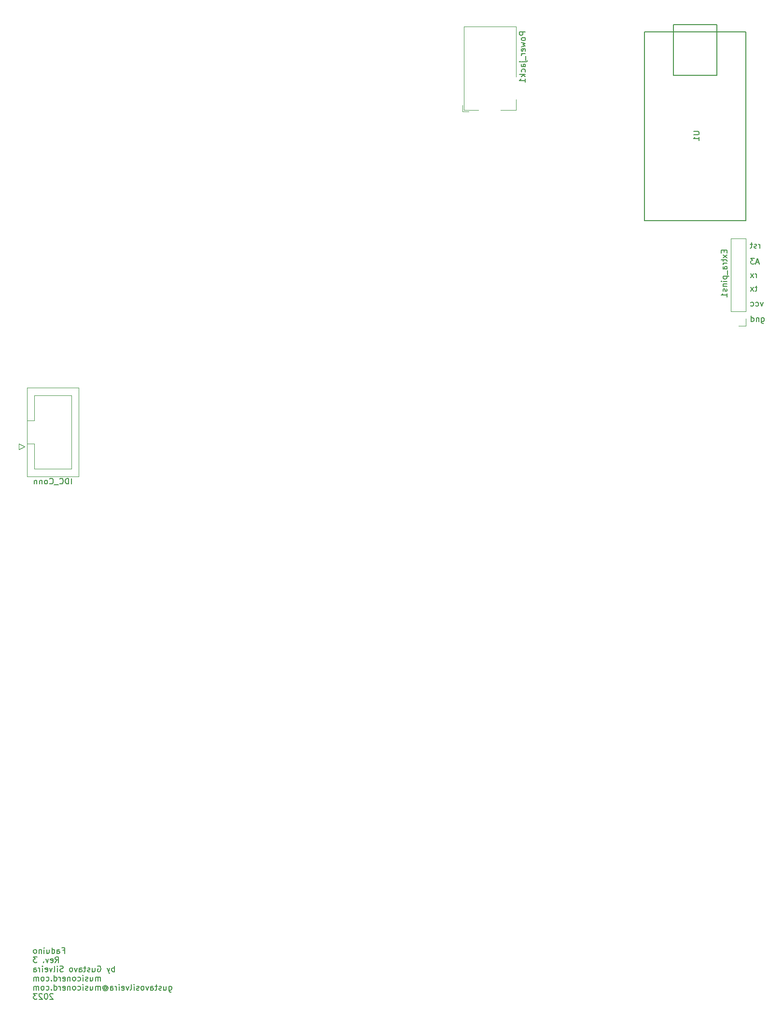
<source format=gbr>
%TF.GenerationSoftware,KiCad,Pcbnew,(6.0.9-0)*%
%TF.CreationDate,2023-10-23T19:11:04-03:00*%
%TF.ProjectId,Faduino-1,46616475-696e-46f2-9d31-2e6b69636164,3*%
%TF.SameCoordinates,Original*%
%TF.FileFunction,Legend,Bot*%
%TF.FilePolarity,Positive*%
%FSLAX46Y46*%
G04 Gerber Fmt 4.6, Leading zero omitted, Abs format (unit mm)*
G04 Created by KiCad (PCBNEW (6.0.9-0)) date 2023-10-23 19:11:04*
%MOMM*%
%LPD*%
G01*
G04 APERTURE LIST*
%ADD10C,0.150000*%
%ADD11C,0.120000*%
G04 APERTURE END LIST*
D10*
X184180952Y-70566666D02*
X183704762Y-70566666D01*
X184276190Y-70852380D02*
X183942857Y-69852380D01*
X183609524Y-70852380D01*
X183371428Y-69852380D02*
X182752381Y-69852380D01*
X183085714Y-70233333D01*
X182942857Y-70233333D01*
X182847619Y-70280952D01*
X182800000Y-70328571D01*
X182752381Y-70423809D01*
X182752381Y-70661904D01*
X182800000Y-70757142D01*
X182847619Y-70804761D01*
X182942857Y-70852380D01*
X183228571Y-70852380D01*
X183323809Y-70804761D01*
X183371428Y-70757142D01*
X183847619Y-74985714D02*
X183466666Y-74985714D01*
X183704761Y-74652380D02*
X183704761Y-75509523D01*
X183657142Y-75604761D01*
X183561904Y-75652380D01*
X183466666Y-75652380D01*
X183228571Y-75652380D02*
X182704761Y-74985714D01*
X183228571Y-74985714D02*
X182704761Y-75652380D01*
X62043214Y-191223571D02*
X62376547Y-191223571D01*
X62376547Y-191747380D02*
X62376547Y-190747380D01*
X61900357Y-190747380D01*
X61090833Y-191747380D02*
X61090833Y-191223571D01*
X61138452Y-191128333D01*
X61233690Y-191080714D01*
X61424166Y-191080714D01*
X61519404Y-191128333D01*
X61090833Y-191699761D02*
X61186071Y-191747380D01*
X61424166Y-191747380D01*
X61519404Y-191699761D01*
X61567023Y-191604523D01*
X61567023Y-191509285D01*
X61519404Y-191414047D01*
X61424166Y-191366428D01*
X61186071Y-191366428D01*
X61090833Y-191318809D01*
X60186071Y-191747380D02*
X60186071Y-190747380D01*
X60186071Y-191699761D02*
X60281309Y-191747380D01*
X60471785Y-191747380D01*
X60567023Y-191699761D01*
X60614642Y-191652142D01*
X60662261Y-191556904D01*
X60662261Y-191271190D01*
X60614642Y-191175952D01*
X60567023Y-191128333D01*
X60471785Y-191080714D01*
X60281309Y-191080714D01*
X60186071Y-191128333D01*
X59281309Y-191080714D02*
X59281309Y-191747380D01*
X59709880Y-191080714D02*
X59709880Y-191604523D01*
X59662261Y-191699761D01*
X59567023Y-191747380D01*
X59424166Y-191747380D01*
X59328928Y-191699761D01*
X59281309Y-191652142D01*
X58805119Y-191747380D02*
X58805119Y-191080714D01*
X58805119Y-190747380D02*
X58852738Y-190795000D01*
X58805119Y-190842619D01*
X58757500Y-190795000D01*
X58805119Y-190747380D01*
X58805119Y-190842619D01*
X58328928Y-191080714D02*
X58328928Y-191747380D01*
X58328928Y-191175952D02*
X58281309Y-191128333D01*
X58186071Y-191080714D01*
X58043214Y-191080714D01*
X57947976Y-191128333D01*
X57900357Y-191223571D01*
X57900357Y-191747380D01*
X57281309Y-191747380D02*
X57376547Y-191699761D01*
X57424166Y-191652142D01*
X57471785Y-191556904D01*
X57471785Y-191271190D01*
X57424166Y-191175952D01*
X57376547Y-191128333D01*
X57281309Y-191080714D01*
X57138452Y-191080714D01*
X57043214Y-191128333D01*
X56995595Y-191175952D01*
X56947976Y-191271190D01*
X56947976Y-191556904D01*
X56995595Y-191652142D01*
X57043214Y-191699761D01*
X57138452Y-191747380D01*
X57281309Y-191747380D01*
X60757500Y-193357380D02*
X61090833Y-192881190D01*
X61328928Y-193357380D02*
X61328928Y-192357380D01*
X60947976Y-192357380D01*
X60852738Y-192405000D01*
X60805119Y-192452619D01*
X60757500Y-192547857D01*
X60757500Y-192690714D01*
X60805119Y-192785952D01*
X60852738Y-192833571D01*
X60947976Y-192881190D01*
X61328928Y-192881190D01*
X59947976Y-193309761D02*
X60043214Y-193357380D01*
X60233690Y-193357380D01*
X60328928Y-193309761D01*
X60376547Y-193214523D01*
X60376547Y-192833571D01*
X60328928Y-192738333D01*
X60233690Y-192690714D01*
X60043214Y-192690714D01*
X59947976Y-192738333D01*
X59900357Y-192833571D01*
X59900357Y-192928809D01*
X60376547Y-193024047D01*
X59567023Y-192690714D02*
X59328928Y-193357380D01*
X59090833Y-192690714D01*
X58709880Y-193262142D02*
X58662261Y-193309761D01*
X58709880Y-193357380D01*
X58757500Y-193309761D01*
X58709880Y-193262142D01*
X58709880Y-193357380D01*
X57567023Y-192357380D02*
X56947976Y-192357380D01*
X57281309Y-192738333D01*
X57138452Y-192738333D01*
X57043214Y-192785952D01*
X56995595Y-192833571D01*
X56947976Y-192928809D01*
X56947976Y-193166904D01*
X56995595Y-193262142D01*
X57043214Y-193309761D01*
X57138452Y-193357380D01*
X57424166Y-193357380D01*
X57519404Y-193309761D01*
X57567023Y-193262142D01*
X71138452Y-194967380D02*
X71138452Y-193967380D01*
X71138452Y-194348333D02*
X71043214Y-194300714D01*
X70852738Y-194300714D01*
X70757500Y-194348333D01*
X70709880Y-194395952D01*
X70662261Y-194491190D01*
X70662261Y-194776904D01*
X70709880Y-194872142D01*
X70757500Y-194919761D01*
X70852738Y-194967380D01*
X71043214Y-194967380D01*
X71138452Y-194919761D01*
X70328928Y-194300714D02*
X70090833Y-194967380D01*
X69852738Y-194300714D02*
X70090833Y-194967380D01*
X70186071Y-195205476D01*
X70233690Y-195253095D01*
X70328928Y-195300714D01*
X68186071Y-194015000D02*
X68281309Y-193967380D01*
X68424166Y-193967380D01*
X68567023Y-194015000D01*
X68662261Y-194110238D01*
X68709880Y-194205476D01*
X68757500Y-194395952D01*
X68757500Y-194538809D01*
X68709880Y-194729285D01*
X68662261Y-194824523D01*
X68567023Y-194919761D01*
X68424166Y-194967380D01*
X68328928Y-194967380D01*
X68186071Y-194919761D01*
X68138452Y-194872142D01*
X68138452Y-194538809D01*
X68328928Y-194538809D01*
X67281309Y-194300714D02*
X67281309Y-194967380D01*
X67709880Y-194300714D02*
X67709880Y-194824523D01*
X67662261Y-194919761D01*
X67567023Y-194967380D01*
X67424166Y-194967380D01*
X67328928Y-194919761D01*
X67281309Y-194872142D01*
X66852738Y-194919761D02*
X66757500Y-194967380D01*
X66567023Y-194967380D01*
X66471785Y-194919761D01*
X66424166Y-194824523D01*
X66424166Y-194776904D01*
X66471785Y-194681666D01*
X66567023Y-194634047D01*
X66709880Y-194634047D01*
X66805119Y-194586428D01*
X66852738Y-194491190D01*
X66852738Y-194443571D01*
X66805119Y-194348333D01*
X66709880Y-194300714D01*
X66567023Y-194300714D01*
X66471785Y-194348333D01*
X66138452Y-194300714D02*
X65757500Y-194300714D01*
X65995595Y-193967380D02*
X65995595Y-194824523D01*
X65947976Y-194919761D01*
X65852738Y-194967380D01*
X65757500Y-194967380D01*
X64995595Y-194967380D02*
X64995595Y-194443571D01*
X65043214Y-194348333D01*
X65138452Y-194300714D01*
X65328928Y-194300714D01*
X65424166Y-194348333D01*
X64995595Y-194919761D02*
X65090833Y-194967380D01*
X65328928Y-194967380D01*
X65424166Y-194919761D01*
X65471785Y-194824523D01*
X65471785Y-194729285D01*
X65424166Y-194634047D01*
X65328928Y-194586428D01*
X65090833Y-194586428D01*
X64995595Y-194538809D01*
X64614642Y-194300714D02*
X64376547Y-194967380D01*
X64138452Y-194300714D01*
X63614642Y-194967380D02*
X63709880Y-194919761D01*
X63757500Y-194872142D01*
X63805119Y-194776904D01*
X63805119Y-194491190D01*
X63757500Y-194395952D01*
X63709880Y-194348333D01*
X63614642Y-194300714D01*
X63471785Y-194300714D01*
X63376547Y-194348333D01*
X63328928Y-194395952D01*
X63281309Y-194491190D01*
X63281309Y-194776904D01*
X63328928Y-194872142D01*
X63376547Y-194919761D01*
X63471785Y-194967380D01*
X63614642Y-194967380D01*
X62138452Y-194919761D02*
X61995595Y-194967380D01*
X61757500Y-194967380D01*
X61662261Y-194919761D01*
X61614642Y-194872142D01*
X61567023Y-194776904D01*
X61567023Y-194681666D01*
X61614642Y-194586428D01*
X61662261Y-194538809D01*
X61757500Y-194491190D01*
X61947976Y-194443571D01*
X62043214Y-194395952D01*
X62090833Y-194348333D01*
X62138452Y-194253095D01*
X62138452Y-194157857D01*
X62090833Y-194062619D01*
X62043214Y-194015000D01*
X61947976Y-193967380D01*
X61709880Y-193967380D01*
X61567023Y-194015000D01*
X61138452Y-194967380D02*
X61138452Y-194300714D01*
X61138452Y-193967380D02*
X61186071Y-194015000D01*
X61138452Y-194062619D01*
X61090833Y-194015000D01*
X61138452Y-193967380D01*
X61138452Y-194062619D01*
X60519404Y-194967380D02*
X60614642Y-194919761D01*
X60662261Y-194824523D01*
X60662261Y-193967380D01*
X60233690Y-194300714D02*
X59995595Y-194967380D01*
X59757500Y-194300714D01*
X58995595Y-194919761D02*
X59090833Y-194967380D01*
X59281309Y-194967380D01*
X59376547Y-194919761D01*
X59424166Y-194824523D01*
X59424166Y-194443571D01*
X59376547Y-194348333D01*
X59281309Y-194300714D01*
X59090833Y-194300714D01*
X58995595Y-194348333D01*
X58947976Y-194443571D01*
X58947976Y-194538809D01*
X59424166Y-194634047D01*
X58519404Y-194967380D02*
X58519404Y-194300714D01*
X58519404Y-193967380D02*
X58567023Y-194015000D01*
X58519404Y-194062619D01*
X58471785Y-194015000D01*
X58519404Y-193967380D01*
X58519404Y-194062619D01*
X58043214Y-194967380D02*
X58043214Y-194300714D01*
X58043214Y-194491190D02*
X57995595Y-194395952D01*
X57947976Y-194348333D01*
X57852738Y-194300714D01*
X57757500Y-194300714D01*
X56995595Y-194967380D02*
X56995595Y-194443571D01*
X57043214Y-194348333D01*
X57138452Y-194300714D01*
X57328928Y-194300714D01*
X57424166Y-194348333D01*
X56995595Y-194919761D02*
X57090833Y-194967380D01*
X57328928Y-194967380D01*
X57424166Y-194919761D01*
X57471785Y-194824523D01*
X57471785Y-194729285D01*
X57424166Y-194634047D01*
X57328928Y-194586428D01*
X57090833Y-194586428D01*
X56995595Y-194538809D01*
X68662261Y-196577380D02*
X68662261Y-195910714D01*
X68662261Y-196005952D02*
X68614642Y-195958333D01*
X68519404Y-195910714D01*
X68376547Y-195910714D01*
X68281309Y-195958333D01*
X68233690Y-196053571D01*
X68233690Y-196577380D01*
X68233690Y-196053571D02*
X68186071Y-195958333D01*
X68090833Y-195910714D01*
X67947976Y-195910714D01*
X67852738Y-195958333D01*
X67805119Y-196053571D01*
X67805119Y-196577380D01*
X66900357Y-195910714D02*
X66900357Y-196577380D01*
X67328928Y-195910714D02*
X67328928Y-196434523D01*
X67281309Y-196529761D01*
X67186071Y-196577380D01*
X67043214Y-196577380D01*
X66947976Y-196529761D01*
X66900357Y-196482142D01*
X66471785Y-196529761D02*
X66376547Y-196577380D01*
X66186071Y-196577380D01*
X66090833Y-196529761D01*
X66043214Y-196434523D01*
X66043214Y-196386904D01*
X66090833Y-196291666D01*
X66186071Y-196244047D01*
X66328928Y-196244047D01*
X66424166Y-196196428D01*
X66471785Y-196101190D01*
X66471785Y-196053571D01*
X66424166Y-195958333D01*
X66328928Y-195910714D01*
X66186071Y-195910714D01*
X66090833Y-195958333D01*
X65614642Y-196577380D02*
X65614642Y-195910714D01*
X65614642Y-195577380D02*
X65662261Y-195625000D01*
X65614642Y-195672619D01*
X65567023Y-195625000D01*
X65614642Y-195577380D01*
X65614642Y-195672619D01*
X64709880Y-196529761D02*
X64805119Y-196577380D01*
X64995595Y-196577380D01*
X65090833Y-196529761D01*
X65138452Y-196482142D01*
X65186071Y-196386904D01*
X65186071Y-196101190D01*
X65138452Y-196005952D01*
X65090833Y-195958333D01*
X64995595Y-195910714D01*
X64805119Y-195910714D01*
X64709880Y-195958333D01*
X64138452Y-196577380D02*
X64233690Y-196529761D01*
X64281309Y-196482142D01*
X64328928Y-196386904D01*
X64328928Y-196101190D01*
X64281309Y-196005952D01*
X64233690Y-195958333D01*
X64138452Y-195910714D01*
X63995595Y-195910714D01*
X63900357Y-195958333D01*
X63852738Y-196005952D01*
X63805119Y-196101190D01*
X63805119Y-196386904D01*
X63852738Y-196482142D01*
X63900357Y-196529761D01*
X63995595Y-196577380D01*
X64138452Y-196577380D01*
X63376547Y-195910714D02*
X63376547Y-196577380D01*
X63376547Y-196005952D02*
X63328928Y-195958333D01*
X63233690Y-195910714D01*
X63090833Y-195910714D01*
X62995595Y-195958333D01*
X62947976Y-196053571D01*
X62947976Y-196577380D01*
X62090833Y-196529761D02*
X62186071Y-196577380D01*
X62376547Y-196577380D01*
X62471785Y-196529761D01*
X62519404Y-196434523D01*
X62519404Y-196053571D01*
X62471785Y-195958333D01*
X62376547Y-195910714D01*
X62186071Y-195910714D01*
X62090833Y-195958333D01*
X62043214Y-196053571D01*
X62043214Y-196148809D01*
X62519404Y-196244047D01*
X61614642Y-196577380D02*
X61614642Y-195910714D01*
X61614642Y-196101190D02*
X61567023Y-196005952D01*
X61519404Y-195958333D01*
X61424166Y-195910714D01*
X61328928Y-195910714D01*
X60567023Y-196577380D02*
X60567023Y-195577380D01*
X60567023Y-196529761D02*
X60662261Y-196577380D01*
X60852738Y-196577380D01*
X60947976Y-196529761D01*
X60995595Y-196482142D01*
X61043214Y-196386904D01*
X61043214Y-196101190D01*
X60995595Y-196005952D01*
X60947976Y-195958333D01*
X60852738Y-195910714D01*
X60662261Y-195910714D01*
X60567023Y-195958333D01*
X60090833Y-196482142D02*
X60043214Y-196529761D01*
X60090833Y-196577380D01*
X60138452Y-196529761D01*
X60090833Y-196482142D01*
X60090833Y-196577380D01*
X59186071Y-196529761D02*
X59281309Y-196577380D01*
X59471785Y-196577380D01*
X59567023Y-196529761D01*
X59614642Y-196482142D01*
X59662261Y-196386904D01*
X59662261Y-196101190D01*
X59614642Y-196005952D01*
X59567023Y-195958333D01*
X59471785Y-195910714D01*
X59281309Y-195910714D01*
X59186071Y-195958333D01*
X58614642Y-196577380D02*
X58709880Y-196529761D01*
X58757500Y-196482142D01*
X58805119Y-196386904D01*
X58805119Y-196101190D01*
X58757500Y-196005952D01*
X58709880Y-195958333D01*
X58614642Y-195910714D01*
X58471785Y-195910714D01*
X58376547Y-195958333D01*
X58328928Y-196005952D01*
X58281309Y-196101190D01*
X58281309Y-196386904D01*
X58328928Y-196482142D01*
X58376547Y-196529761D01*
X58471785Y-196577380D01*
X58614642Y-196577380D01*
X57852738Y-196577380D02*
X57852738Y-195910714D01*
X57852738Y-196005952D02*
X57805119Y-195958333D01*
X57709880Y-195910714D01*
X57567023Y-195910714D01*
X57471785Y-195958333D01*
X57424166Y-196053571D01*
X57424166Y-196577380D01*
X57424166Y-196053571D02*
X57376547Y-195958333D01*
X57281309Y-195910714D01*
X57138452Y-195910714D01*
X57043214Y-195958333D01*
X56995595Y-196053571D01*
X56995595Y-196577380D01*
X80709880Y-197520714D02*
X80709880Y-198330238D01*
X80757500Y-198425476D01*
X80805119Y-198473095D01*
X80900357Y-198520714D01*
X81043214Y-198520714D01*
X81138452Y-198473095D01*
X80709880Y-198139761D02*
X80805119Y-198187380D01*
X80995595Y-198187380D01*
X81090833Y-198139761D01*
X81138452Y-198092142D01*
X81186071Y-197996904D01*
X81186071Y-197711190D01*
X81138452Y-197615952D01*
X81090833Y-197568333D01*
X80995595Y-197520714D01*
X80805119Y-197520714D01*
X80709880Y-197568333D01*
X79805119Y-197520714D02*
X79805119Y-198187380D01*
X80233690Y-197520714D02*
X80233690Y-198044523D01*
X80186071Y-198139761D01*
X80090833Y-198187380D01*
X79947976Y-198187380D01*
X79852738Y-198139761D01*
X79805119Y-198092142D01*
X79376547Y-198139761D02*
X79281309Y-198187380D01*
X79090833Y-198187380D01*
X78995595Y-198139761D01*
X78947976Y-198044523D01*
X78947976Y-197996904D01*
X78995595Y-197901666D01*
X79090833Y-197854047D01*
X79233690Y-197854047D01*
X79328928Y-197806428D01*
X79376547Y-197711190D01*
X79376547Y-197663571D01*
X79328928Y-197568333D01*
X79233690Y-197520714D01*
X79090833Y-197520714D01*
X78995595Y-197568333D01*
X78662261Y-197520714D02*
X78281309Y-197520714D01*
X78519404Y-197187380D02*
X78519404Y-198044523D01*
X78471785Y-198139761D01*
X78376547Y-198187380D01*
X78281309Y-198187380D01*
X77519404Y-198187380D02*
X77519404Y-197663571D01*
X77567023Y-197568333D01*
X77662261Y-197520714D01*
X77852738Y-197520714D01*
X77947976Y-197568333D01*
X77519404Y-198139761D02*
X77614642Y-198187380D01*
X77852738Y-198187380D01*
X77947976Y-198139761D01*
X77995595Y-198044523D01*
X77995595Y-197949285D01*
X77947976Y-197854047D01*
X77852738Y-197806428D01*
X77614642Y-197806428D01*
X77519404Y-197758809D01*
X77138452Y-197520714D02*
X76900357Y-198187380D01*
X76662261Y-197520714D01*
X76138452Y-198187380D02*
X76233690Y-198139761D01*
X76281309Y-198092142D01*
X76328928Y-197996904D01*
X76328928Y-197711190D01*
X76281309Y-197615952D01*
X76233690Y-197568333D01*
X76138452Y-197520714D01*
X75995595Y-197520714D01*
X75900357Y-197568333D01*
X75852738Y-197615952D01*
X75805119Y-197711190D01*
X75805119Y-197996904D01*
X75852738Y-198092142D01*
X75900357Y-198139761D01*
X75995595Y-198187380D01*
X76138452Y-198187380D01*
X75424166Y-198139761D02*
X75328928Y-198187380D01*
X75138452Y-198187380D01*
X75043214Y-198139761D01*
X74995595Y-198044523D01*
X74995595Y-197996904D01*
X75043214Y-197901666D01*
X75138452Y-197854047D01*
X75281309Y-197854047D01*
X75376547Y-197806428D01*
X75424166Y-197711190D01*
X75424166Y-197663571D01*
X75376547Y-197568333D01*
X75281309Y-197520714D01*
X75138452Y-197520714D01*
X75043214Y-197568333D01*
X74567023Y-198187380D02*
X74567023Y-197520714D01*
X74567023Y-197187380D02*
X74614642Y-197235000D01*
X74567023Y-197282619D01*
X74519404Y-197235000D01*
X74567023Y-197187380D01*
X74567023Y-197282619D01*
X73947976Y-198187380D02*
X74043214Y-198139761D01*
X74090833Y-198044523D01*
X74090833Y-197187380D01*
X73662261Y-197520714D02*
X73424166Y-198187380D01*
X73186071Y-197520714D01*
X72424166Y-198139761D02*
X72519404Y-198187380D01*
X72709880Y-198187380D01*
X72805119Y-198139761D01*
X72852738Y-198044523D01*
X72852738Y-197663571D01*
X72805119Y-197568333D01*
X72709880Y-197520714D01*
X72519404Y-197520714D01*
X72424166Y-197568333D01*
X72376547Y-197663571D01*
X72376547Y-197758809D01*
X72852738Y-197854047D01*
X71947976Y-198187380D02*
X71947976Y-197520714D01*
X71947976Y-197187380D02*
X71995595Y-197235000D01*
X71947976Y-197282619D01*
X71900357Y-197235000D01*
X71947976Y-197187380D01*
X71947976Y-197282619D01*
X71471785Y-198187380D02*
X71471785Y-197520714D01*
X71471785Y-197711190D02*
X71424166Y-197615952D01*
X71376547Y-197568333D01*
X71281309Y-197520714D01*
X71186071Y-197520714D01*
X70424166Y-198187380D02*
X70424166Y-197663571D01*
X70471785Y-197568333D01*
X70567023Y-197520714D01*
X70757500Y-197520714D01*
X70852738Y-197568333D01*
X70424166Y-198139761D02*
X70519404Y-198187380D01*
X70757500Y-198187380D01*
X70852738Y-198139761D01*
X70900357Y-198044523D01*
X70900357Y-197949285D01*
X70852738Y-197854047D01*
X70757500Y-197806428D01*
X70519404Y-197806428D01*
X70424166Y-197758809D01*
X69328928Y-197711190D02*
X69376547Y-197663571D01*
X69471785Y-197615952D01*
X69567023Y-197615952D01*
X69662261Y-197663571D01*
X69709880Y-197711190D01*
X69757500Y-197806428D01*
X69757500Y-197901666D01*
X69709880Y-197996904D01*
X69662261Y-198044523D01*
X69567023Y-198092142D01*
X69471785Y-198092142D01*
X69376547Y-198044523D01*
X69328928Y-197996904D01*
X69328928Y-197615952D02*
X69328928Y-197996904D01*
X69281309Y-198044523D01*
X69233690Y-198044523D01*
X69138452Y-197996904D01*
X69090833Y-197901666D01*
X69090833Y-197663571D01*
X69186071Y-197520714D01*
X69328928Y-197425476D01*
X69519404Y-197377857D01*
X69709880Y-197425476D01*
X69852738Y-197520714D01*
X69947976Y-197663571D01*
X69995595Y-197854047D01*
X69947976Y-198044523D01*
X69852738Y-198187380D01*
X69709880Y-198282619D01*
X69519404Y-198330238D01*
X69328928Y-198282619D01*
X69186071Y-198187380D01*
X68662261Y-198187380D02*
X68662261Y-197520714D01*
X68662261Y-197615952D02*
X68614642Y-197568333D01*
X68519404Y-197520714D01*
X68376547Y-197520714D01*
X68281309Y-197568333D01*
X68233690Y-197663571D01*
X68233690Y-198187380D01*
X68233690Y-197663571D02*
X68186071Y-197568333D01*
X68090833Y-197520714D01*
X67947976Y-197520714D01*
X67852738Y-197568333D01*
X67805119Y-197663571D01*
X67805119Y-198187380D01*
X66900357Y-197520714D02*
X66900357Y-198187380D01*
X67328928Y-197520714D02*
X67328928Y-198044523D01*
X67281309Y-198139761D01*
X67186071Y-198187380D01*
X67043214Y-198187380D01*
X66947976Y-198139761D01*
X66900357Y-198092142D01*
X66471785Y-198139761D02*
X66376547Y-198187380D01*
X66186071Y-198187380D01*
X66090833Y-198139761D01*
X66043214Y-198044523D01*
X66043214Y-197996904D01*
X66090833Y-197901666D01*
X66186071Y-197854047D01*
X66328928Y-197854047D01*
X66424166Y-197806428D01*
X66471785Y-197711190D01*
X66471785Y-197663571D01*
X66424166Y-197568333D01*
X66328928Y-197520714D01*
X66186071Y-197520714D01*
X66090833Y-197568333D01*
X65614642Y-198187380D02*
X65614642Y-197520714D01*
X65614642Y-197187380D02*
X65662261Y-197235000D01*
X65614642Y-197282619D01*
X65567023Y-197235000D01*
X65614642Y-197187380D01*
X65614642Y-197282619D01*
X64709880Y-198139761D02*
X64805119Y-198187380D01*
X64995595Y-198187380D01*
X65090833Y-198139761D01*
X65138452Y-198092142D01*
X65186071Y-197996904D01*
X65186071Y-197711190D01*
X65138452Y-197615952D01*
X65090833Y-197568333D01*
X64995595Y-197520714D01*
X64805119Y-197520714D01*
X64709880Y-197568333D01*
X64138452Y-198187380D02*
X64233690Y-198139761D01*
X64281309Y-198092142D01*
X64328928Y-197996904D01*
X64328928Y-197711190D01*
X64281309Y-197615952D01*
X64233690Y-197568333D01*
X64138452Y-197520714D01*
X63995595Y-197520714D01*
X63900357Y-197568333D01*
X63852738Y-197615952D01*
X63805119Y-197711190D01*
X63805119Y-197996904D01*
X63852738Y-198092142D01*
X63900357Y-198139761D01*
X63995595Y-198187380D01*
X64138452Y-198187380D01*
X63376547Y-197520714D02*
X63376547Y-198187380D01*
X63376547Y-197615952D02*
X63328928Y-197568333D01*
X63233690Y-197520714D01*
X63090833Y-197520714D01*
X62995595Y-197568333D01*
X62947976Y-197663571D01*
X62947976Y-198187380D01*
X62090833Y-198139761D02*
X62186071Y-198187380D01*
X62376547Y-198187380D01*
X62471785Y-198139761D01*
X62519404Y-198044523D01*
X62519404Y-197663571D01*
X62471785Y-197568333D01*
X62376547Y-197520714D01*
X62186071Y-197520714D01*
X62090833Y-197568333D01*
X62043214Y-197663571D01*
X62043214Y-197758809D01*
X62519404Y-197854047D01*
X61614642Y-198187380D02*
X61614642Y-197520714D01*
X61614642Y-197711190D02*
X61567023Y-197615952D01*
X61519404Y-197568333D01*
X61424166Y-197520714D01*
X61328928Y-197520714D01*
X60567023Y-198187380D02*
X60567023Y-197187380D01*
X60567023Y-198139761D02*
X60662261Y-198187380D01*
X60852738Y-198187380D01*
X60947976Y-198139761D01*
X60995595Y-198092142D01*
X61043214Y-197996904D01*
X61043214Y-197711190D01*
X60995595Y-197615952D01*
X60947976Y-197568333D01*
X60852738Y-197520714D01*
X60662261Y-197520714D01*
X60567023Y-197568333D01*
X60090833Y-198092142D02*
X60043214Y-198139761D01*
X60090833Y-198187380D01*
X60138452Y-198139761D01*
X60090833Y-198092142D01*
X60090833Y-198187380D01*
X59186071Y-198139761D02*
X59281309Y-198187380D01*
X59471785Y-198187380D01*
X59567023Y-198139761D01*
X59614642Y-198092142D01*
X59662261Y-197996904D01*
X59662261Y-197711190D01*
X59614642Y-197615952D01*
X59567023Y-197568333D01*
X59471785Y-197520714D01*
X59281309Y-197520714D01*
X59186071Y-197568333D01*
X58614642Y-198187380D02*
X58709880Y-198139761D01*
X58757500Y-198092142D01*
X58805119Y-197996904D01*
X58805119Y-197711190D01*
X58757500Y-197615952D01*
X58709880Y-197568333D01*
X58614642Y-197520714D01*
X58471785Y-197520714D01*
X58376547Y-197568333D01*
X58328928Y-197615952D01*
X58281309Y-197711190D01*
X58281309Y-197996904D01*
X58328928Y-198092142D01*
X58376547Y-198139761D01*
X58471785Y-198187380D01*
X58614642Y-198187380D01*
X57852738Y-198187380D02*
X57852738Y-197520714D01*
X57852738Y-197615952D02*
X57805119Y-197568333D01*
X57709880Y-197520714D01*
X57567023Y-197520714D01*
X57471785Y-197568333D01*
X57424166Y-197663571D01*
X57424166Y-198187380D01*
X57424166Y-197663571D02*
X57376547Y-197568333D01*
X57281309Y-197520714D01*
X57138452Y-197520714D01*
X57043214Y-197568333D01*
X56995595Y-197663571D01*
X56995595Y-198187380D01*
X60376547Y-198892619D02*
X60328928Y-198845000D01*
X60233690Y-198797380D01*
X59995595Y-198797380D01*
X59900357Y-198845000D01*
X59852738Y-198892619D01*
X59805119Y-198987857D01*
X59805119Y-199083095D01*
X59852738Y-199225952D01*
X60424166Y-199797380D01*
X59805119Y-199797380D01*
X59186071Y-198797380D02*
X59090833Y-198797380D01*
X58995595Y-198845000D01*
X58947976Y-198892619D01*
X58900357Y-198987857D01*
X58852738Y-199178333D01*
X58852738Y-199416428D01*
X58900357Y-199606904D01*
X58947976Y-199702142D01*
X58995595Y-199749761D01*
X59090833Y-199797380D01*
X59186071Y-199797380D01*
X59281309Y-199749761D01*
X59328928Y-199702142D01*
X59376547Y-199606904D01*
X59424166Y-199416428D01*
X59424166Y-199178333D01*
X59376547Y-198987857D01*
X59328928Y-198892619D01*
X59281309Y-198845000D01*
X59186071Y-198797380D01*
X58471785Y-198892619D02*
X58424166Y-198845000D01*
X58328928Y-198797380D01*
X58090833Y-198797380D01*
X57995595Y-198845000D01*
X57947976Y-198892619D01*
X57900357Y-198987857D01*
X57900357Y-199083095D01*
X57947976Y-199225952D01*
X58519404Y-199797380D01*
X57900357Y-199797380D01*
X57567023Y-198797380D02*
X56947976Y-198797380D01*
X57281309Y-199178333D01*
X57138452Y-199178333D01*
X57043214Y-199225952D01*
X56995595Y-199273571D01*
X56947976Y-199368809D01*
X56947976Y-199606904D01*
X56995595Y-199702142D01*
X57043214Y-199749761D01*
X57138452Y-199797380D01*
X57424166Y-199797380D01*
X57519404Y-199749761D01*
X57567023Y-199702142D01*
X184895238Y-77585714D02*
X184657142Y-78252380D01*
X184419047Y-77585714D01*
X183609523Y-78204761D02*
X183704761Y-78252380D01*
X183895238Y-78252380D01*
X183990476Y-78204761D01*
X184038095Y-78157142D01*
X184085714Y-78061904D01*
X184085714Y-77776190D01*
X184038095Y-77680952D01*
X183990476Y-77633333D01*
X183895238Y-77585714D01*
X183704761Y-77585714D01*
X183609523Y-77633333D01*
X182752380Y-78204761D02*
X182847619Y-78252380D01*
X183038095Y-78252380D01*
X183133333Y-78204761D01*
X183180952Y-78157142D01*
X183228571Y-78061904D01*
X183228571Y-77776190D01*
X183180952Y-77680952D01*
X183133333Y-77633333D01*
X183038095Y-77585714D01*
X182847619Y-77585714D01*
X182752380Y-77633333D01*
X184609524Y-80285714D02*
X184609524Y-81095238D01*
X184657143Y-81190476D01*
X184704762Y-81238095D01*
X184800000Y-81285714D01*
X184942857Y-81285714D01*
X185038095Y-81238095D01*
X184609524Y-80904761D02*
X184704762Y-80952380D01*
X184895238Y-80952380D01*
X184990476Y-80904761D01*
X185038095Y-80857142D01*
X185085714Y-80761904D01*
X185085714Y-80476190D01*
X185038095Y-80380952D01*
X184990476Y-80333333D01*
X184895238Y-80285714D01*
X184704762Y-80285714D01*
X184609524Y-80333333D01*
X184133333Y-80285714D02*
X184133333Y-80952380D01*
X184133333Y-80380952D02*
X184085714Y-80333333D01*
X183990476Y-80285714D01*
X183847619Y-80285714D01*
X183752381Y-80333333D01*
X183704762Y-80428571D01*
X183704762Y-80952380D01*
X182800000Y-80952380D02*
X182800000Y-79952380D01*
X182800000Y-80904761D02*
X182895238Y-80952380D01*
X183085714Y-80952380D01*
X183180952Y-80904761D01*
X183228571Y-80857142D01*
X183276190Y-80761904D01*
X183276190Y-80476190D01*
X183228571Y-80380952D01*
X183180952Y-80333333D01*
X183085714Y-80285714D01*
X182895238Y-80285714D01*
X182800000Y-80333333D01*
X183752380Y-73252380D02*
X183752380Y-72585714D01*
X183752380Y-72776190D02*
X183704761Y-72680952D01*
X183657142Y-72633333D01*
X183561904Y-72585714D01*
X183466666Y-72585714D01*
X183228570Y-73252380D02*
X182704761Y-72585714D01*
X183228570Y-72585714D02*
X182704761Y-73252380D01*
X184323809Y-68052380D02*
X184323809Y-67385714D01*
X184323809Y-67576190D02*
X184276190Y-67480952D01*
X184228571Y-67433333D01*
X184133333Y-67385714D01*
X184038095Y-67385714D01*
X183752381Y-68004761D02*
X183657143Y-68052380D01*
X183466666Y-68052380D01*
X183371428Y-68004761D01*
X183323809Y-67909523D01*
X183323809Y-67861904D01*
X183371428Y-67766666D01*
X183466666Y-67719047D01*
X183609524Y-67719047D01*
X183704762Y-67671428D01*
X183752381Y-67576190D01*
X183752381Y-67528571D01*
X183704762Y-67433333D01*
X183609524Y-67385714D01*
X183466666Y-67385714D01*
X183371428Y-67433333D01*
X183038095Y-67385714D02*
X182657143Y-67385714D01*
X182895238Y-67052380D02*
X182895238Y-67909523D01*
X182847619Y-68004761D01*
X182752381Y-68052380D01*
X182657143Y-68052380D01*
%TO.C,Extra_pins1*%
X178028571Y-68428571D02*
X178028571Y-68761904D01*
X178552380Y-68904761D02*
X178552380Y-68428571D01*
X177552380Y-68428571D01*
X177552380Y-68904761D01*
X178552380Y-69238095D02*
X177885714Y-69761904D01*
X177885714Y-69238095D02*
X178552380Y-69761904D01*
X177885714Y-70000000D02*
X177885714Y-70380952D01*
X177552380Y-70142857D02*
X178409523Y-70142857D01*
X178504761Y-70190476D01*
X178552380Y-70285714D01*
X178552380Y-70380952D01*
X178552380Y-70714285D02*
X177885714Y-70714285D01*
X178076190Y-70714285D02*
X177980952Y-70761904D01*
X177933333Y-70809523D01*
X177885714Y-70904761D01*
X177885714Y-71000000D01*
X178552380Y-71761904D02*
X178028571Y-71761904D01*
X177933333Y-71714285D01*
X177885714Y-71619047D01*
X177885714Y-71428571D01*
X177933333Y-71333333D01*
X178504761Y-71761904D02*
X178552380Y-71666666D01*
X178552380Y-71428571D01*
X178504761Y-71333333D01*
X178409523Y-71285714D01*
X178314285Y-71285714D01*
X178219047Y-71333333D01*
X178171428Y-71428571D01*
X178171428Y-71666666D01*
X178123809Y-71761904D01*
X178647619Y-72000000D02*
X178647619Y-72761904D01*
X177885714Y-73000000D02*
X178885714Y-73000000D01*
X177933333Y-73000000D02*
X177885714Y-73095238D01*
X177885714Y-73285714D01*
X177933333Y-73380952D01*
X177980952Y-73428571D01*
X178076190Y-73476190D01*
X178361904Y-73476190D01*
X178457142Y-73428571D01*
X178504761Y-73380952D01*
X178552380Y-73285714D01*
X178552380Y-73095238D01*
X178504761Y-73000000D01*
X178552380Y-73904761D02*
X177885714Y-73904761D01*
X177552380Y-73904761D02*
X177600000Y-73857142D01*
X177647619Y-73904761D01*
X177600000Y-73952380D01*
X177552380Y-73904761D01*
X177647619Y-73904761D01*
X177885714Y-74380952D02*
X178552380Y-74380952D01*
X177980952Y-74380952D02*
X177933333Y-74428571D01*
X177885714Y-74523809D01*
X177885714Y-74666666D01*
X177933333Y-74761904D01*
X178028571Y-74809523D01*
X178552380Y-74809523D01*
X178504761Y-75238095D02*
X178552380Y-75333333D01*
X178552380Y-75523809D01*
X178504761Y-75619047D01*
X178409523Y-75666666D01*
X178361904Y-75666666D01*
X178266666Y-75619047D01*
X178219047Y-75523809D01*
X178219047Y-75380952D01*
X178171428Y-75285714D01*
X178076190Y-75238095D01*
X178028571Y-75238095D01*
X177933333Y-75285714D01*
X177885714Y-75380952D01*
X177885714Y-75523809D01*
X177933333Y-75619047D01*
X178552380Y-76619047D02*
X178552380Y-76047619D01*
X178552380Y-76333333D02*
X177552380Y-76333333D01*
X177695238Y-76238095D01*
X177790476Y-76142857D01*
X177838095Y-76047619D01*
%TO.C,Power_jack1*%
X143202380Y-30192857D02*
X142202380Y-30192857D01*
X142202380Y-30573809D01*
X142250000Y-30669047D01*
X142297619Y-30716666D01*
X142392857Y-30764285D01*
X142535714Y-30764285D01*
X142630952Y-30716666D01*
X142678571Y-30669047D01*
X142726190Y-30573809D01*
X142726190Y-30192857D01*
X143202380Y-31335714D02*
X143154761Y-31240476D01*
X143107142Y-31192857D01*
X143011904Y-31145238D01*
X142726190Y-31145238D01*
X142630952Y-31192857D01*
X142583333Y-31240476D01*
X142535714Y-31335714D01*
X142535714Y-31478571D01*
X142583333Y-31573809D01*
X142630952Y-31621428D01*
X142726190Y-31669047D01*
X143011904Y-31669047D01*
X143107142Y-31621428D01*
X143154761Y-31573809D01*
X143202380Y-31478571D01*
X143202380Y-31335714D01*
X142535714Y-32002380D02*
X143202380Y-32192857D01*
X142726190Y-32383333D01*
X143202380Y-32573809D01*
X142535714Y-32764285D01*
X143154761Y-33526190D02*
X143202380Y-33430952D01*
X143202380Y-33240476D01*
X143154761Y-33145238D01*
X143059523Y-33097619D01*
X142678571Y-33097619D01*
X142583333Y-33145238D01*
X142535714Y-33240476D01*
X142535714Y-33430952D01*
X142583333Y-33526190D01*
X142678571Y-33573809D01*
X142773809Y-33573809D01*
X142869047Y-33097619D01*
X143202380Y-34002380D02*
X142535714Y-34002380D01*
X142726190Y-34002380D02*
X142630952Y-34050000D01*
X142583333Y-34097619D01*
X142535714Y-34192857D01*
X142535714Y-34288095D01*
X143297619Y-34383333D02*
X143297619Y-35145238D01*
X142535714Y-35383333D02*
X143392857Y-35383333D01*
X143488095Y-35335714D01*
X143535714Y-35240476D01*
X143535714Y-35192857D01*
X142202380Y-35383333D02*
X142250000Y-35335714D01*
X142297619Y-35383333D01*
X142250000Y-35430952D01*
X142202380Y-35383333D01*
X142297619Y-35383333D01*
X143202380Y-36288095D02*
X142678571Y-36288095D01*
X142583333Y-36240476D01*
X142535714Y-36145238D01*
X142535714Y-35954761D01*
X142583333Y-35859523D01*
X143154761Y-36288095D02*
X143202380Y-36192857D01*
X143202380Y-35954761D01*
X143154761Y-35859523D01*
X143059523Y-35811904D01*
X142964285Y-35811904D01*
X142869047Y-35859523D01*
X142821428Y-35954761D01*
X142821428Y-36192857D01*
X142773809Y-36288095D01*
X143154761Y-37192857D02*
X143202380Y-37097619D01*
X143202380Y-36907142D01*
X143154761Y-36811904D01*
X143107142Y-36764285D01*
X143011904Y-36716666D01*
X142726190Y-36716666D01*
X142630952Y-36764285D01*
X142583333Y-36811904D01*
X142535714Y-36907142D01*
X142535714Y-37097619D01*
X142583333Y-37192857D01*
X143202380Y-37621428D02*
X142202380Y-37621428D01*
X142821428Y-37716666D02*
X143202380Y-38002380D01*
X142535714Y-38002380D02*
X142916666Y-37621428D01*
X143202380Y-38954761D02*
X143202380Y-38383333D01*
X143202380Y-38669047D02*
X142202380Y-38669047D01*
X142345238Y-38573809D01*
X142440476Y-38478571D01*
X142488095Y-38383333D01*
%TO.C,U1*%
X172702380Y-47608095D02*
X173511904Y-47608095D01*
X173607142Y-47655714D01*
X173654761Y-47703333D01*
X173702380Y-47798571D01*
X173702380Y-47989047D01*
X173654761Y-48084285D01*
X173607142Y-48131904D01*
X173511904Y-48179523D01*
X172702380Y-48179523D01*
X173702380Y-49179523D02*
X173702380Y-48608095D01*
X173702380Y-48893809D02*
X172702380Y-48893809D01*
X172845238Y-48798571D01*
X172940476Y-48703333D01*
X172988095Y-48608095D01*
%TO.C,IDC_Conn*%
X63588095Y-109442380D02*
X63588095Y-108442380D01*
X63111904Y-109442380D02*
X63111904Y-108442380D01*
X62873809Y-108442380D01*
X62730952Y-108490000D01*
X62635714Y-108585238D01*
X62588095Y-108680476D01*
X62540476Y-108870952D01*
X62540476Y-109013809D01*
X62588095Y-109204285D01*
X62635714Y-109299523D01*
X62730952Y-109394761D01*
X62873809Y-109442380D01*
X63111904Y-109442380D01*
X61540476Y-109347142D02*
X61588095Y-109394761D01*
X61730952Y-109442380D01*
X61826190Y-109442380D01*
X61969047Y-109394761D01*
X62064285Y-109299523D01*
X62111904Y-109204285D01*
X62159523Y-109013809D01*
X62159523Y-108870952D01*
X62111904Y-108680476D01*
X62064285Y-108585238D01*
X61969047Y-108490000D01*
X61826190Y-108442380D01*
X61730952Y-108442380D01*
X61588095Y-108490000D01*
X61540476Y-108537619D01*
X61350000Y-109537619D02*
X60588095Y-109537619D01*
X59778571Y-109347142D02*
X59826190Y-109394761D01*
X59969047Y-109442380D01*
X60064285Y-109442380D01*
X60207142Y-109394761D01*
X60302380Y-109299523D01*
X60350000Y-109204285D01*
X60397619Y-109013809D01*
X60397619Y-108870952D01*
X60350000Y-108680476D01*
X60302380Y-108585238D01*
X60207142Y-108490000D01*
X60064285Y-108442380D01*
X59969047Y-108442380D01*
X59826190Y-108490000D01*
X59778571Y-108537619D01*
X59207142Y-109442380D02*
X59302380Y-109394761D01*
X59350000Y-109347142D01*
X59397619Y-109251904D01*
X59397619Y-108966190D01*
X59350000Y-108870952D01*
X59302380Y-108823333D01*
X59207142Y-108775714D01*
X59064285Y-108775714D01*
X58969047Y-108823333D01*
X58921428Y-108870952D01*
X58873809Y-108966190D01*
X58873809Y-109251904D01*
X58921428Y-109347142D01*
X58969047Y-109394761D01*
X59064285Y-109442380D01*
X59207142Y-109442380D01*
X58445238Y-108775714D02*
X58445238Y-109442380D01*
X58445238Y-108870952D02*
X58397619Y-108823333D01*
X58302380Y-108775714D01*
X58159523Y-108775714D01*
X58064285Y-108823333D01*
X58016666Y-108918571D01*
X58016666Y-109442380D01*
X57540476Y-108775714D02*
X57540476Y-109442380D01*
X57540476Y-108870952D02*
X57492857Y-108823333D01*
X57397619Y-108775714D01*
X57254761Y-108775714D01*
X57159523Y-108823333D01*
X57111904Y-108918571D01*
X57111904Y-109442380D01*
D11*
%TO.C,Extra_pins1*%
X179260000Y-79140000D02*
X179260000Y-66380000D01*
X179260000Y-66380000D02*
X181920000Y-66380000D01*
X181920000Y-79140000D02*
X181920000Y-66380000D01*
X180590000Y-81740000D02*
X181920000Y-81740000D01*
X181920000Y-81740000D02*
X181920000Y-80410000D01*
X179260000Y-79140000D02*
X181920000Y-79140000D01*
%TO.C,Power_jack1*%
X132400000Y-29200000D02*
X132400000Y-43900000D01*
X132400000Y-43900000D02*
X135000000Y-43900000D01*
X132200000Y-43050000D02*
X132200000Y-44100000D01*
X141600000Y-29200000D02*
X132400000Y-29200000D01*
X141600000Y-38000000D02*
X141600000Y-29200000D01*
X138900000Y-43900000D02*
X141600000Y-43900000D01*
X133250000Y-44100000D02*
X132200000Y-44100000D01*
X141600000Y-43900000D02*
X141600000Y-42000000D01*
D10*
%TO.C,U1*%
X164110000Y-63240000D02*
X181890000Y-63240000D01*
X164110000Y-30200000D02*
X164110000Y-63240000D01*
X176810000Y-37780000D02*
X176810000Y-28890000D01*
X169190000Y-28890000D02*
X169190000Y-37780000D01*
X176810000Y-28890000D02*
X169190000Y-28890000D01*
X169190000Y-37780000D02*
X176810000Y-37780000D01*
X181890000Y-63240000D02*
X181890000Y-30200000D01*
X181890000Y-30200000D02*
X164110000Y-30200000D01*
D11*
%TO.C,IDC_Conn*%
X57100000Y-98300000D02*
X57100000Y-98300000D01*
X57100000Y-98300000D02*
X55790000Y-98300000D01*
X54400000Y-102390000D02*
X55400000Y-102890000D01*
X64910000Y-92600000D02*
X55790000Y-92600000D01*
X63600000Y-106800000D02*
X63600000Y-93900000D01*
X55400000Y-102890000D02*
X54400000Y-103390000D01*
X55790000Y-92600000D02*
X55790000Y-108100000D01*
X63600000Y-93900000D02*
X57100000Y-93900000D01*
X64910000Y-108100000D02*
X64910000Y-92600000D01*
X57100000Y-102400000D02*
X57100000Y-106800000D01*
X57100000Y-93900000D02*
X57100000Y-98300000D01*
X55790000Y-102400000D02*
X57100000Y-102400000D01*
X54400000Y-103390000D02*
X54400000Y-102390000D01*
X55790000Y-108100000D02*
X64910000Y-108100000D01*
X57100000Y-106800000D02*
X63600000Y-106800000D01*
%TD*%
M02*

</source>
